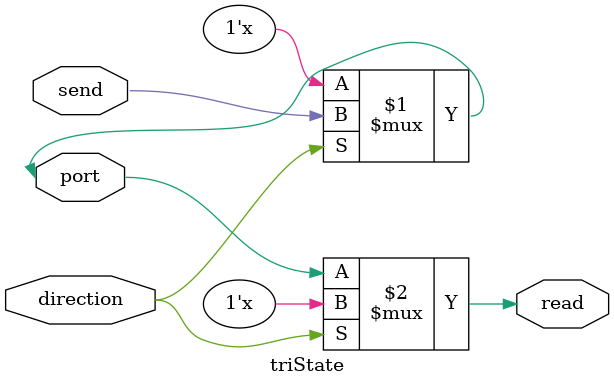
<source format=v>

module triState(
	inout port, 
	input direction,
	input send,
	output read
	);
	
	//Se direcao = 1, então porta vai atuar como saida
	assign port = direction ? send : 1'bZ;
	//Se direcao = 0, então porta vai atuar como entrada
	assign read = direction ? 1'bZ : port;
	
endmodule 
</source>
